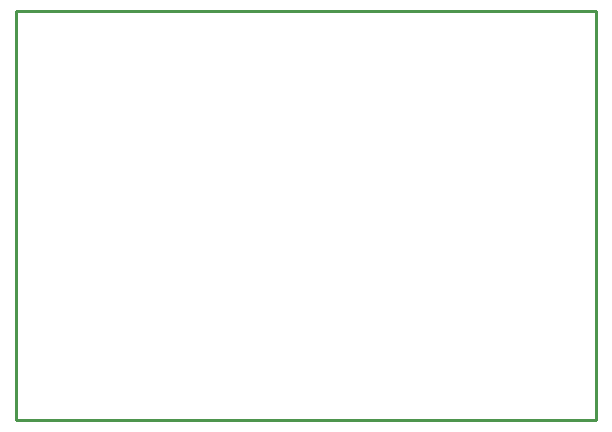
<source format=gko>
G04 Layer: BoardOutlineLayer*
G04 EasyEDA v6.5.34, 2023-09-11 20:58:26*
G04 66fbaccae1544829bfe50452f84a022a,2c7f107921f9494b8657ce3d0c88cbd9,10*
G04 Gerber Generator version 0.2*
G04 Scale: 100 percent, Rotated: No, Reflected: No *
G04 Dimensions in millimeters *
G04 leading zeros omitted , absolute positions ,4 integer and 5 decimal *
%FSLAX45Y45*%
%MOMM*%

%ADD10C,0.2540*%
D10*
X700023Y14699995D02*
G01*
X5613400Y14699995D01*
X5613400Y11239500D01*
X700023Y11239500D01*
X700023Y14699995D01*

%LPD*%
M02*

</source>
